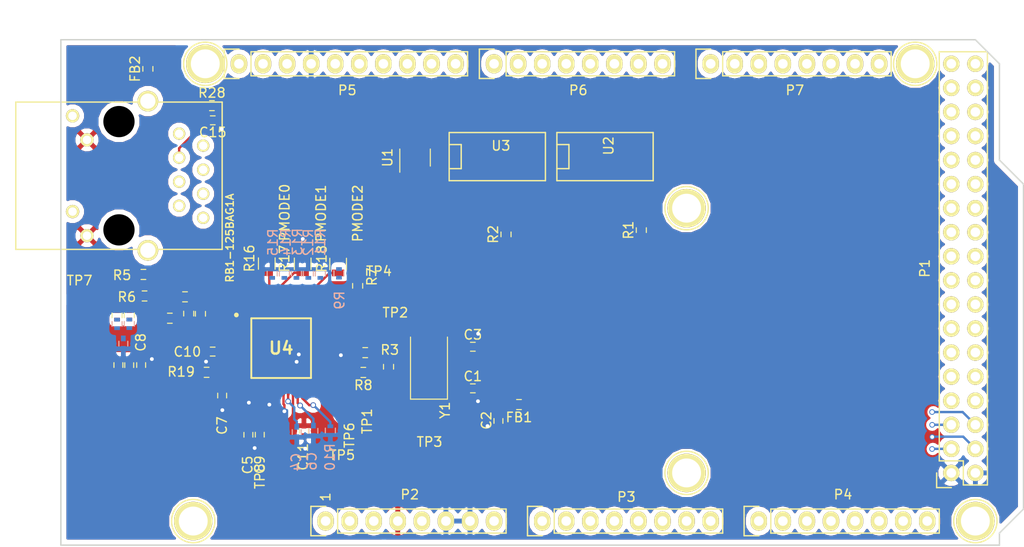
<source format=kicad_pcb>
(kicad_pcb (version 20171130) (host pcbnew "(5.0.2-5-10.14)")
  (title_block (date "mar. 31 mars 2015"))
  (layers (0 F.Cu power) (1 In1.Cu signal) (2 In2.Cu signal) (31 B.Cu signal) (34 B.Paste user) (35 F.Paste user) (36 B.SilkS user) (37 F.SilkS user) (38 B.Mask user) (39 F.Mask user) (44 Edge.Cuts user))
  (net 0 "")
  (net 1 GND)
  (net 2 /48)
  (net 3 /49)
  (net 4 /46)
  (net 5 /47)
  (net 6 /44)
  (net 7 /45)
  (net 8 /42)
  (net 9 /43)
  (net 10 /40)
  (net 11 /41)
  (net 12 /38)
  (net 13 /39)
  (net 14 /36)
  (net 15 /37)
  (net 16 /34)
  (net 17 /35)
  (net 18 /32)
  (net 19 /33)
  (net 20 /30)
  (net 21 /31)
  (net 22 /28)
  (net 23 /29)
  (net 24 /26)
  (net 25 /27)
  (net 26 /24)
  (net 27 /25)
  (net 28 /22)
  (net 29 /23)
  (net 30 +5V)
  (net 31 /IOREF)
  (net 32 /Vin)
  (net 33 /A0)
  (net 34 /A1)
  (net 35 /A2)
  (net 36 /A3)
  (net 37 /A4)
  (net 38 /A5)
  (net 39 /A6)
  (net 40 /A7)
  (net 41 /A8)
  (net 42 /A9)
  (net 43 /A10)
  (net 44 /A11)
  (net 45 /A12)
  (net 46 /A13)
  (net 47 /A14)
  (net 48 /A15)
  (net 49 /AREF)
  (net 50 "/13(**)")
  (net 51 "/12(**)")
  (net 52 "/11(**)")
  (net 53 "/10(**)")
  (net 54 "/9(**)")
  (net 55 "/8(**)")
  (net 56 "/7(**)")
  (net 57 "/6(**)")
  (net 58 "/5(**)")
  (net 59 "/4(**)")
  (net 60 "/3(**)")
  (net 61 "/2(**)")
  (net 62 "/20(SDA)")
  (net 63 "/21(SCL)")
  (net 64 "Net-(P8-Pad1)")
  (net 65 "Net-(P9-Pad1)")
  (net 66 "Net-(P10-Pad1)")
  (net 67 "Net-(P11-Pad1)")
  (net 68 "Net-(P12-Pad1)")
  (net 69 "Net-(P13-Pad1)")
  (net 70 "Net-(P2-Pad1)")
  (net 71 +3V3)
  (net 72 "/1(Tx0)")
  (net 73 "/0(Rx0)")
  (net 74 "/14(Tx3)")
  (net 75 "/15(Rx3)")
  (net 76 "/16(Tx2)")
  (net 77 "/17(Rx2)")
  (net 78 "/18(Tx1)")
  (net 79 "/19(Rx1)")
  (net 80 "Net-(C1-Pad1)")
  (net 81 3V3_WIZ)
  (net 82 "Net-(C3-Pad1)")
  (net 83 /wiznet/REF_CAP)
  (net 84 /wiznet/1V20)
  (net 85 "Net-(C12-Pad2)")
  (net 86 "Net-(C13-Pad2)")
  (net 87 /wiznet/RX_C_P)
  (net 88 /wiznet/RX_C_N)
  (net 89 "Net-(C14-Pad2)")
  (net 90 "Net-(C15-Pad2)")
  (net 91 "Net-(FB2-Pad1)")
  (net 92 NETW_SCLK)
  (net 93 NETW_SS)
  (net 94 NETW_MISO)
  (net 95 NETW_MOSI)
  (net 96 /HSC_SCLK_A)
  (net 97 /HSC_SDA_A)
  (net 98 "Net-(R4-Pad1)")
  (net 99 /wiznet/LINK_LED_R)
  (net 100 /wiznet/LINK_LED)
  (net 101 /wiznet/ACT_LED)
  (net 102 /wiznet/ACT_LED_R)
  (net 103 NETW_INT_L)
  (net 104 "Net-(R8-Pad2)")
  (net 105 /wiznet/RSVD0)
  (net 106 /wiznet/RSVD1)
  (net 107 /wiznet/PMODE0)
  (net 108 /wiznet/PMODE1)
  (net 109 /wiznet/PMODE2)
  (net 110 "Net-(R19-Pad1)")
  (net 111 /wiznet/RX_N)
  (net 112 /wiznet/RX_P)
  (net 113 /wiznet/TX_P)
  (net 114 /wiznet/TX_R_P)
  (net 115 /wiznet/TX_R_N)
  (net 116 /wiznet/TX_N)
  (net 117 /wiznet/DUP_LED_NC)
  (net 118 /wiznet/SPD_LED_NC)
  (net 119 /wiznet/1V2_VGB_NC)
  (net 120 "Net-(U1-Pad1)")
  (net 121 "Net-(U2-Pad5)")
  (net 122 "Net-(U2-Pad6)")
  (net 123 "Net-(U2-Pad7)")
  (net 124 "Net-(U2-Pad8)")
  (net 125 "Net-(U3-Pad8)")
  (net 126 "Net-(U3-Pad7)")
  (net 127 "Net-(U3-Pad6)")
  (net 128 "Net-(U3-Pad5)")
  (net 129 "Net-(U4-Pad47)")
  (net 130 "Net-(U4-Pad46)")
  (net 131 "Net-(U4-Pad13)")
  (net 132 "Net-(U4-Pad12)")
  (net 133 "Net-(U4-Pad7)")
  (net 134 "Net-(P14-PadR4)")
  (net 135 "Net-(P14-PadR5)")
  (net 136 "Net-(P14-PadR6)")
  (net 137 /wiznet/RSVD2)
  (net 138 /wiznet/RSVD3)
  (net 139 /wiznet/RSVD4)
  (net 140 /wiznet/RSVD5)
  (net 141 NETW_RST_L)
  (module Socket_Arduino_Mega:Socket_Strip_Arduino_2x18 (layer F.Cu) (at 197.358 114.046 90)
    (fp_text reference P1 (at 21.59 -2.794 90) (layer F.SilkS))
    (fp_text value Digital)
    (pad 1 thru_hole circle (at 0 0 90) (size 1.7272 1.7272) (drill 1.016) (layers *.Cu *.Mask F.SilkS) (net 1 GND))
    (pad 2 thru_hole oval (at 0 2.54 90) (size 1.7272 1.7272) (drill 1.016) (layers *.Cu *.Mask F.SilkS) (net 1 GND))
    (pad 3 thru_hole oval (at 2.54 0 90) (size 1.7272 1.7272) (drill 1.016) (layers *.Cu *.Mask F.SilkS) (net 92 NETW_SCLK))
    (pad 4 thru_hole oval (at 2.54 2.54 90) (size 1.7272 1.7272) (drill 1.016) (layers *.Cu *.Mask F.SilkS) (net 93 NETW_SS))
    (pad 5 thru_hole oval (at 5.08 0 90) (size 1.7272 1.7272) (drill 1.016) (layers *.Cu *.Mask F.SilkS) (net 94 NETW_MISO))
    (pad 6 thru_hole oval (at 5.08 2.54 90) (size 1.7272 1.7272) (drill 1.016) (layers *.Cu *.Mask F.SilkS) (net 95 NETW_MOSI))
    (pad 7 thru_hole oval (at 7.62 0 90) (size 1.7272 1.7272) (drill 1.016) (layers *.Cu *.Mask F.SilkS) (net 2 /48))
    (pad 8 thru_hole oval (at 7.62 2.54 90) (size 1.7272 1.7272) (drill 1.016) (layers *.Cu *.Mask F.SilkS) (net 3 /49))
    (pad 9 thru_hole oval (at 10.16 0 90) (size 1.7272 1.7272) (drill 1.016) (layers *.Cu *.Mask F.SilkS) (net 4 /46))
    (pad 10 thru_hole oval (at 10.16 2.54 90) (size 1.7272 1.7272) (drill 1.016) (layers *.Cu *.Mask F.SilkS) (net 5 /47))
    (pad 11 thru_hole oval (at 12.7 0 90) (size 1.7272 1.7272) (drill 1.016) (layers *.Cu *.Mask F.SilkS) (net 6 /44))
    (pad 12 thru_hole oval (at 12.7 2.54 90) (size 1.7272 1.7272) (drill 1.016) (layers *.Cu *.Mask F.SilkS) (net 7 /45))
    (pad 13 thru_hole oval (at 15.24 0 90) (size 1.7272 1.7272) (drill 1.016) (layers *.Cu *.Mask F.SilkS) (net 8 /42))
    (pad 14 thru_hole oval (at 15.24 2.54 90) (size 1.7272 1.7272) (drill 1.016) (layers *.Cu *.Mask F.SilkS) (net 9 /43))
    (pad 15 thru_hole oval (at 17.78 0 90) (size 1.7272 1.7272) (drill 1.016) (layers *.Cu *.Mask F.SilkS) (net 10 /40))
    (pad 16 thru_hole oval (at 17.78 2.54 90) (size 1.7272 1.7272) (drill 1.016) (layers *.Cu *.Mask F.SilkS) (net 11 /41))
    (pad 17 thru_hole oval (at 20.32 0 90) (size 1.7272 1.7272) (drill 1.016) (layers *.Cu *.Mask F.SilkS) (net 12 /38))
    (pad 18 thru_hole oval (at 20.32 2.54 90) (size 1.7272 1.7272) (drill 1.016) (layers *.Cu *.Mask F.SilkS) (net 13 /39))
    (pad 19 thru_hole oval (at 22.86 0 90) (size 1.7272 1.7272) (drill 1.016) (layers *.Cu *.Mask F.SilkS) (net 14 /36))
    (pad 20 thru_hole oval (at 22.86 2.54 90) (size 1.7272 1.7272) (drill 1.016) (layers *.Cu *.Mask F.SilkS) (net 15 /37))
    (pad 21 thru_hole oval (at 25.4 0 90) (size 1.7272 1.7272) (drill 1.016) (layers *.Cu *.Mask F.SilkS) (net 16 /34))
    (pad 22 thru_hole oval (at 25.4 2.54 90) (size 1.7272 1.7272) (drill 1.016) (layers *.Cu *.Mask F.SilkS) (net 17 /35))
    (pad 23 thru_hole oval (at 27.94 0 90) (size 1.7272 1.7272) (drill 1.016) (layers *.Cu *.Mask F.SilkS) (net 18 /32))
    (pad 24 thru_hole oval (at 27.94 2.54 90) (size 1.7272 1.7272) (drill 1.016) (layers *.Cu *.Mask F.SilkS) (net 19 /33))
    (pad 25 thru_hole oval (at 30.48 0 90) (size 1.7272 1.7272) (drill 1.016) (layers *.Cu *.Mask F.SilkS) (net 20 /30))
    (pad 26 thru_hole oval (at 30.48 2.54 90) (size 1.7272 1.7272) (drill 1.016) (layers *.Cu *.Mask F.SilkS) (net 21 /31))
    (pad 27 thru_hole oval (at 33.02 0 90) (size 1.7272 1.7272) (drill 1.016) (layers *.Cu *.Mask F.SilkS) (net 22 /28))
    (pad 28 thru_hole oval (at 33.02 2.54 90) (size 1.7272 1.7272) (drill 1.016) (layers *.Cu *.Mask F.SilkS) (net 23 /29))
    (pad 29 thru_hole oval (at 35.56 0 90) (size 1.7272 1.7272) (drill 1.016) (layers *.Cu *.Mask F.SilkS) (net 24 /26))
    (pad 30 thru_hole oval (at 35.56 2.54 90) (size 1.7272 1.7272) (drill 1.016) (layers *.Cu *.Mask F.SilkS) (net 25 /27))
    (pad 31 thru_hole oval (at 38.1 0 90) (size 1.7272 1.7272) (drill 1.016) (layers *.Cu *.Mask F.SilkS) (net 26 /24))
    (pad 32 thru_hole oval (at 38.1 2.54 90) (size 1.7272 1.7272) (drill 1.016) (layers *.Cu *.Mask F.SilkS) (net 27 /25))
    (pad 33 thru_hole oval (at 40.64 0 90) (size 1.7272 1.7272) (drill 1.016) (layers *.Cu *.Mask F.SilkS) (net 28 /22))
    (pad 34 thru_hole oval (at 40.64 2.54 90) (size 1.7272 1.7272) (drill 1.016) (layers *.Cu *.Mask F.SilkS) (net 29 /23))
    (pad 35 thru_hole oval (at 43.18 0 90) (size 1.7272 1.7272) (drill 1.016) (layers *.Cu *.Mask F.SilkS) (net 30 +5V))
    (pad 36 thru_hole oval (at 43.18 2.54 90) (size 1.7272 1.7272) (drill 1.016) (layers *.Cu *.Mask F.SilkS) (net 30 +5V))
  )
  (module Socket_Arduino_Mega:Socket_Strip_Arduino_1x08 (layer F.Cu) (at 131.318 119.126)
    (fp_text reference P2 (at 8.89 -2.794) (layer F.SilkS))
    (fp_text value Power)
    (pad 1 thru_hole oval (at 0 0) (size 1.7272 2.032) (drill 1.016) (layers *.Cu *.Mask F.SilkS) (net 70 "Net-(P2-Pad1)"))
    (pad 2 thru_hole oval (at 2.54 0) (size 1.7272 2.032) (drill 1.016) (layers *.Cu *.Mask F.SilkS) (net 31 /IOREF))
    (pad 3 thru_hole oval (at 5.08 0) (size 1.7272 2.032) (drill 1.016) (layers *.Cu *.Mask F.SilkS) (net 141 NETW_RST_L))
    (pad 4 thru_hole oval (at 7.62 0) (size 1.7272 2.032) (drill 1.016) (layers *.Cu *.Mask F.SilkS) (net 71 +3V3))
    (pad 5 thru_hole oval (at 10.16 0) (size 1.7272 2.032) (drill 1.016) (layers *.Cu *.Mask F.SilkS) (net 30 +5V))
    (pad 6 thru_hole oval (at 12.7 0) (size 1.7272 2.032) (drill 1.016) (layers *.Cu *.Mask F.SilkS) (net 1 GND))
    (pad 7 thru_hole oval (at 15.24 0) (size 1.7272 2.032) (drill 1.016) (layers *.Cu *.Mask F.SilkS) (net 1 GND))
    (pad 8 thru_hole oval (at 17.78 0) (size 1.7272 2.032) (drill 1.016) (layers *.Cu *.Mask F.SilkS) (net 32 /Vin))
  )
  (module Socket_Arduino_Mega:Socket_Strip_Arduino_1x08 (layer F.Cu) (at 154.178 119.126)
    (fp_text reference P3 (at 8.89 -2.54) (layer F.SilkS))
    (fp_text value Analog)
    (pad 1 thru_hole oval (at 0 0) (size 1.7272 2.032) (drill 1.016) (layers *.Cu *.Mask F.SilkS) (net 33 /A0))
    (pad 2 thru_hole oval (at 2.54 0) (size 1.7272 2.032) (drill 1.016) (layers *.Cu *.Mask F.SilkS) (net 34 /A1))
    (pad 3 thru_hole oval (at 5.08 0) (size 1.7272 2.032) (drill 1.016) (layers *.Cu *.Mask F.SilkS) (net 35 /A2))
    (pad 4 thru_hole oval (at 7.62 0) (size 1.7272 2.032) (drill 1.016) (layers *.Cu *.Mask F.SilkS) (net 36 /A3))
    (pad 5 thru_hole oval (at 10.16 0) (size 1.7272 2.032) (drill 1.016) (layers *.Cu *.Mask F.SilkS) (net 37 /A4))
    (pad 6 thru_hole oval (at 12.7 0) (size 1.7272 2.032) (drill 1.016) (layers *.Cu *.Mask F.SilkS) (net 38 /A5))
    (pad 7 thru_hole oval (at 15.24 0) (size 1.7272 2.032) (drill 1.016) (layers *.Cu *.Mask F.SilkS) (net 39 /A6))
    (pad 8 thru_hole oval (at 17.78 0) (size 1.7272 2.032) (drill 1.016) (layers *.Cu *.Mask F.SilkS) (net 40 /A7))
  )
  (module Socket_Arduino_Mega:Socket_Strip_Arduino_1x08 (layer F.Cu) (at 177.038 119.126)
    (fp_text reference P4 (at 8.89 -2.794) (layer F.SilkS))
    (fp_text value Analog)
    (pad 1 thru_hole oval (at 0 0) (size 1.7272 2.032) (drill 1.016) (layers *.Cu *.Mask F.SilkS) (net 41 /A8))
    (pad 2 thru_hole oval (at 2.54 0) (size 1.7272 2.032) (drill 1.016) (layers *.Cu *.Mask F.SilkS) (net 42 /A9))
    (pad 3 thru_hole oval (at 5.08 0) (size 1.7272 2.032) (drill 1.016) (layers *.Cu *.Mask F.SilkS) (net 43 /A10))
    (pad 4 thru_hole oval (at 7.62 0) (size 1.7272 2.032) (drill 1.016) (layers *.Cu *.Mask F.SilkS) (net 44 /A11))
    (pad 5 thru_hole oval (at 10.16 0) (size 1.7272 2.032) (drill 1.016) (layers *.Cu *.Mask F.SilkS) (net 45 /A12))
    (pad 6 thru_hole oval (at 12.7 0) (size 1.7272 2.032) (drill 1.016) (layers *.Cu *.Mask F.SilkS) (net 46 /A13))
    (pad 7 thru_hole oval (at 15.24 0) (size 1.7272 2.032) (drill 1.016) (layers *.Cu *.Mask F.SilkS) (net 47 /A14))
    (pad 8 thru_hole oval (at 17.78 0) (size 1.7272 2.032) (drill 1.016) (layers *.Cu *.Mask F.SilkS) (net 48 /A15))
  )
  (module Socket_Arduino_Mega:Socket_Strip_Arduino_1x10 (layer F.Cu) (at 122.174 70.866)
    (fp_text reference P5 (at 11.43 2.794) (layer F.SilkS))
    (fp_text value PWM)
    (pad 1 thru_hole oval (at 0 0) (size 1.7272 2.032) (drill 1.016) (layers *.Cu *.Mask F.SilkS) (net 96 /HSC_SCLK_A))
    (pad 2 thru_hole oval (at 2.54 0) (size 1.7272 2.032) (drill 1.016) (layers *.Cu *.Mask F.SilkS) (net 97 /HSC_SDA_A))
    (pad 3 thru_hole oval (at 5.08 0) (size 1.7272 2.032) (drill 1.016) (layers *.Cu *.Mask F.SilkS) (net 49 /AREF))
    (pad 4 thru_hole oval (at 7.62 0) (size 1.7272 2.032) (drill 1.016) (layers *.Cu *.Mask F.SilkS) (net 1 GND))
    (pad 5 thru_hole oval (at 10.16 0) (size 1.7272 2.032) (drill 1.016) (layers *.Cu *.Mask F.SilkS) (net 50 "/13(**)"))
    (pad 6 thru_hole oval (at 12.7 0) (size 1.7272 2.032) (drill 1.016) (layers *.Cu *.Mask F.SilkS) (net 51 "/12(**)"))
    (pad 7 thru_hole oval (at 15.24 0) (size 1.7272 2.032) (drill 1.016) (layers *.Cu *.Mask F.SilkS) (net 52 "/11(**)"))
    (pad 8 thru_hole oval (at 17.78 0) (size 1.7272 2.032) (drill 1.016) (layers *.Cu *.Mask F.SilkS) (net 53 "/10(**)"))
    (pad 9 thru_hole oval (at 20.32 0) (size 1.7272 2.032) (drill 1.016) (layers *.Cu *.Mask F.SilkS) (net 54 "/9(**)"))
    (pad 10 thru_hole oval (at 22.86 0) (size 1.7272 2.032) (drill 1.016) (layers *.Cu *.Mask F.SilkS) (net 55 "/8(**)"))
  )
  (module Socket_Arduino_Mega:Socket_Strip_Arduino_1x08 (layer F.Cu) (at 149.098 70.866)
    (fp_text reference P6 (at 8.89 2.794) (layer F.SilkS))
    (fp_text value PWM)
    (pad 1 thru_hole oval (at 0 0) (size 1.7272 2.032) (drill 1.016) (layers *.Cu *.Mask F.SilkS) (net 56 "/7(**)"))
    (pad 2 thru_hole oval (at 2.54 0) (size 1.7272 2.032) (drill 1.016) (layers *.Cu *.Mask F.SilkS) (net 57 "/6(**)"))
    (pad 3 thru_hole oval (at 5.08 0) (size 1.7272 2.032) (drill 1.016) (layers *.Cu *.Mask F.SilkS) (net 58 "/5(**)"))
    (pad 4 thru_hole oval (at 7.62 0) (size 1.7272 2.032) (drill 1.016) (layers *.Cu *.Mask F.SilkS) (net 59 "/4(**)"))
    (pad 5 thru_hole oval (at 10.16 0) (size 1.7272 2.032) (drill 1.016) (layers *.Cu *.Mask F.SilkS) (net 60 "/3(**)"))
    (pad 6 thru_hole oval (at 12.7 0) (size 1.7272 2.032) (drill 1.016) (layers *.Cu *.Mask F.SilkS) (net 61 "/2(**)"))
    (pad 7 thru_hole oval (at 15.24 0) (size 1.7272 2.032) (drill 1.016) (layers *.Cu *.Mask F.SilkS) (net 72 "/1(Tx0)"))
    (pad 8 thru_hole oval (at 17.78 0) (size 1.7272 2.032) (drill 1.016) (layers *.Cu *.Mask F.SilkS) (net 73 "/0(Rx0)"))
  )
  (module Socket_Arduino_Mega:Socket_Strip_Arduino_1x08 (layer F.Cu) (at 171.958 70.866)
    (fp_text reference P7 (at 8.89 2.794) (layer F.SilkS))
    (fp_text value Communication)
    (pad 1 thru_hole oval (at 0 0) (size 1.7272 2.032) (drill 1.016) (layers *.Cu *.Mask F.SilkS) (net 74 "/14(Tx3)"))
    (pad 2 thru_hole oval (at 2.54 0) (size 1.7272 2.032) (drill 1.016) (layers *.Cu *.Mask F.SilkS) (net 75 "/15(Rx3)"))
    (pad 3 thru_hole oval (at 5.08 0) (size 1.7272 2.032) (drill 1.016) (layers *.Cu *.Mask F.SilkS) (net 76 "/16(Tx2)"))
    (pad 4 thru_hole oval (at 7.62 0) (size 1.7272 2.032) (drill 1.016) (layers *.Cu *.Mask F.SilkS) (net 77 "/17(Rx2)"))
    (pad 5 thru_hole oval (at 10.16 0) (size 1.7272 2.032) (drill 1.016) (layers *.Cu *.Mask F.SilkS) (net 78 "/18(Tx1)"))
    (pad 6 thru_hole oval (at 12.7 0) (size 1.7272 2.032) (drill 1.016) (layers *.Cu *.Mask F.SilkS) (net 79 "/19(Rx1)"))
    (pad 7 thru_hole oval (at 15.24 0) (size 1.7272 2.032) (drill 1.016) (layers *.Cu *.Mask F.SilkS) (net 62 "/20(SDA)"))
    (pad 8 thru_hole oval (at 17.78 0) (size 1.7272 2.032) (drill 1.016) (layers *.Cu *.Mask F.SilkS) (net 63 "/21(SCL)"))
  )
  (module Socket_Arduino_Mega:Arduino_1pin (layer F.Cu) (at 117.348 119.126)
    (fp_text reference P8 hide)
    (fp_text value CONN_01X01 hide)
    (pad 1 thru_hole circle (at 0 0) (size 4.064 4.064) (drill 3.048) (layers *.Cu *.Mask F.SilkS) (net 64 "Net-(P8-Pad1)"))
  )
  (module Socket_Arduino_Mega:Arduino_1pin (layer F.Cu) (at 169.418 114.046)
    (fp_text reference P9 hide)
    (fp_text value CONN_01X01 hide)
    (pad 1 thru_hole circle (at 0 0) (size 4.064 4.064) (drill 3.048) (layers *.Cu *.Mask F.SilkS) (net 65 "Net-(P9-Pad1)"))
  )
  (module Socket_Arduino_Mega:Arduino_1pin (layer F.Cu) (at 199.898 119.126)
    (fp_text reference P10 hide)
    (fp_text value CONN_01X01 hide)
    (pad 1 thru_hole circle (at 0 0) (size 4.064 4.064) (drill 3.048) (layers *.Cu *.Mask F.SilkS) (net 66 "Net-(P10-Pad1)"))
  )
  (module Socket_Arduino_Mega:Arduino_1pin (layer F.Cu) (at 118.618 70.866)
    (fp_text reference P11 hide)
    (fp_text value CONN_01X01 hide)
    (pad 1 thru_hole circle (at 0 0) (size 4.064 4.064) (drill 3.048) (layers *.Cu *.Mask F.SilkS) (net 67 "Net-(P11-Pad1)"))
  )
  (module Socket_Arduino_Mega:Arduino_1pin (layer F.Cu) (at 169.418 86.106)
    (fp_text reference P12 hide)
    (fp_text value CONN_01X01 hide)
    (pad 1 thru_hole circle (at 0 0) (size 4.064 4.064) (drill 3.048) (layers *.Cu *.Mask F.SilkS) (net 68 "Net-(P12-Pad1)"))
  )
  (module Socket_Arduino_Mega:Arduino_1pin (layer F.Cu) (at 193.548 70.866)
    (fp_text reference P13 hide)
    (fp_text value CONN_01X01 hide)
    (pad 1 thru_hole circle (at 0 0) (size 4.064 4.064) (drill 3.048) (layers *.Cu *.Mask F.SilkS) (net 69 "Net-(P13-Pad1)"))
  )
  (module Capacitors_SMD:C_0402 (layer F.Cu) (at 146.86 105.12)
    (fp_text reference C1 (at 0 -1.27) (layer F.SilkS))
    (fp_text value 4.7uF)
    (pad 1 smd rect (at -0.55 0) (size 0.6 0.5) (layers F.Cu F.Paste F.Mask) (net 80 "Net-(C1-Pad1)"))
    (pad 2 smd rect (at 0.55 0) (size 0.6 0.5) (layers F.Cu F.Paste F.Mask) (net 1 GND))
  )
  (module Capacitors_SMD:C_0402 (layer F.Cu) (at 149.56 108.56 270)
    (fp_text reference C2 (at -0.05 1.26 270) (layer F.SilkS))
    (fp_text value 10uF)
    (pad 1 smd rect (at -0.55 0 270) (size 0.6 0.5) (layers F.Cu F.Paste F.Mask) (net 81 3V3_WIZ))
    (pad 2 smd rect (at 0.55 0 270) (size 0.6 0.5) (layers F.Cu F.Paste F.Mask) (net 1 GND))
  )
  (module Capacitors_SMD:C_0402 (layer F.Cu) (at 146.86 100.73)
    (fp_text reference C3 (at 0 -1.27) (layer F.SilkS))
    (fp_text value 4.7uF)
    (pad 2 smd rect (at 0.55 0) (size 0.6 0.5) (layers F.Cu F.Paste F.Mask) (net 1 GND))
    (pad 1 smd rect (at -0.55 0) (size 0.6 0.5) (layers F.Cu F.Paste F.Mask) (net 82 "Net-(C3-Pad1)"))
  )
  (module Capacitors_SMD:C_0402 (layer B.Cu) (at 128.27 109.728 270)
    (fp_text reference C4 (at 3.19 0.06 270) (layer B.SilkS) (effects (justify mirror)))
    (fp_text value 4.7uF)
    (pad 2 smd rect (at 0.55 0 270) (size 0.6 0.5) (layers B.Cu B.Paste B.Mask) (net 1 GND))
    (pad 1 smd rect (at -0.55 0 270) (size 0.6 0.5) (layers B.Cu B.Paste B.Mask) (net 83 /wiznet/REF_CAP))
  )
  (module Capacitors_SMD:C_0402 (layer F.Cu) (at 123.17 110.02 270)
    (fp_text reference C5 (at 3.19 0.08 270) (layer F.SilkS))
    (fp_text value 0.1uF)
    (pad 2 smd rect (at 0.55 0 270) (size 0.6 0.5) (layers F.Cu F.Paste F.Mask) (net 1 GND))
    (pad 1 smd rect (at -0.55 0 270) (size 0.6 0.5) (layers F.Cu F.Paste F.Mask) (net 81 3V3_WIZ))
  )
  (module Capacitors_SMD:C_0402 (layer B.Cu) (at 130.03 109.6 270)
    (fp_text reference C6 (at 3.22 0.17 270) (layer B.SilkS) (effects (justify mirror)))
    (fp_text value 10nF)
    (pad 1 smd rect (at -0.55 0 270) (size 0.6 0.5) (layers B.Cu B.Paste B.Mask) (net 84 /wiznet/1V20))
    (pad 2 smd rect (at 0.55 0 270) (size 0.6 0.5) (layers B.Cu B.Paste B.Mask) (net 1 GND))
  )
  (module Capacitors_SMD:C_0402 (layer F.Cu) (at 120.4 105.88 270)
    (fp_text reference C7 (at 3.17 0.01 270) (layer F.SilkS))
    (fp_text value 0.1uF)
    (pad 1 smd rect (at -0.55 0 270) (size 0.6 0.5) (layers F.Cu F.Paste F.Mask) (net 81 3V3_WIZ))
    (pad 2 smd rect (at 0.55 0 270) (size 0.6 0.5) (layers F.Cu F.Paste F.Mask) (net 1 GND))
  )
  (module Capacitors_SMD:C_0402 (layer F.Cu) (at 111.85 102.66 90)
    (fp_text reference C8 (at 2.39 -0.04 90) (layer F.SilkS))
    (fp_text value 0.1uF)
    (pad 2 smd rect (at 0.55 0 90) (size 0.6 0.5) (layers F.Cu F.Paste F.Mask) (net 1 GND))
    (pad 1 smd rect (at -0.55 0 90) (size 0.6 0.5) (layers F.Cu F.Paste F.Mask) (net 81 3V3_WIZ))
  )
  (module Capacitors_SMD:C_0402 (layer F.Cu) (at 124.37 110.01 270)
    (fp_text reference C9 (at 3.18 0 270) (layer F.SilkS))
    (fp_text value 0.1uF)
    (pad 1 smd rect (at -0.55 0 270) (size 0.6 0.5) (layers F.Cu F.Paste F.Mask) (net 81 3V3_WIZ))
    (pad 2 smd rect (at 0.55 0 270) (size 0.6 0.5) (layers F.Cu F.Paste F.Mask) (net 1 GND))
  )
  (module Capacitors_SMD:C_0402 (layer F.Cu) (at 119.4 101.24 180)
    (fp_text reference C10 (at 2.67 -0.02 180) (layer F.SilkS))
    (fp_text value 0.1uF)
    (pad 2 smd rect (at 0.55 0 180) (size 0.6 0.5) (layers F.Cu F.Paste F.Mask) (net 1 GND))
    (pad 1 smd rect (at -0.55 0 180) (size 0.6 0.5) (layers F.Cu F.Paste F.Mask) (net 81 3V3_WIZ))
  )
  (module Capacitors_SMD:C_0402 (layer F.Cu) (at 129.032 109.61 270)
    (fp_text reference C11 (at 2.74 0.09 270) (layer F.SilkS))
    (fp_text value 0.1uF)
    (pad 2 smd rect (at 0.55 0 270) (size 0.6 0.5) (layers F.Cu F.Paste F.Mask) (net 1 GND))
    (pad 1 smd rect (at -0.55 0 270) (size 0.6 0.5) (layers F.Cu F.Paste F.Mask) (net 81 3V3_WIZ))
  )
  (module Capacitors_SMD:C_0402 (layer B.Cu) (at 109.97 100.4 90)
    (fp_text reference C12 hide)
    (fp_text value 10nF hide)
    (pad 2 smd rect (at 0.55 0 90) (size 0.6 0.5) (layers B.Cu B.Paste B.Mask) (net 85 "Net-(C12-Pad2)"))
    (pad 1 smd rect (at -0.55 0 90) (size 0.6 0.5) (layers B.Cu B.Paste B.Mask) (net 1 GND))
  )
  (module Capacitors_SMD:C_0402 (layer F.Cu) (at 109.45 102.66 90)
    (fp_text reference C13 hide)
    (fp_text value 6.8nF)
    (pad 2 smd rect (at 0.55 0 90) (size 0.6 0.5) (layers F.Cu F.Paste F.Mask) (net 86 "Net-(C13-Pad2)"))
    (pad 1 smd rect (at -0.55 0 90) (size 0.6 0.5) (layers F.Cu F.Paste F.Mask) (net 87 /wiznet/RX_C_P))
  )
  (module Capacitors_SMD:C_0402 (layer F.Cu) (at 110.59 102.67 90)
    (fp_text reference C14 hide)
    (fp_text value 6.8nF)
    (pad 1 smd rect (at -0.55 0 90) (size 0.6 0.5) (layers F.Cu F.Paste F.Mask) (net 88 /wiznet/RX_C_N))
    (pad 2 smd rect (at 0.55 0 90) (size 0.6 0.5) (layers F.Cu F.Paste F.Mask) (net 89 "Net-(C14-Pad2)"))
  )
  (module Capacitors_SMD:C_0402 (layer F.Cu) (at 119.41 76.83 180)
    (fp_text reference C15 (at 0 -1.27 180) (layer F.SilkS))
    (fp_text value 100nF)
    (pad 1 smd rect (at -0.55 0 180) (size 0.6 0.5) (layers F.Cu F.Paste F.Mask) (net 1 GND))
    (pad 2 smd rect (at 0.55 0 180) (size 0.6 0.5) (layers F.Cu F.Paste F.Mask) (net 90 "Net-(C15-Pad2)"))
  )
  (module Resistors_SMD:R_0402 (layer F.Cu) (at 151.73 106.83 180)
    (fp_text reference FB1 (at 0 -1.35 180) (layer F.SilkS))
    (fp_text value Ferrite_Bead_Small)
    (pad 1 smd rect (at -0.45 0 180) (size 0.4 0.6) (layers F.Cu F.Paste F.Mask) (net 71 +3V3))
    (pad 2 smd rect (at 0.45 0 180) (size 0.4 0.6) (layers F.Cu F.Paste F.Mask) (net 81 3V3_WIZ))
  )
  (module Resistors_SMD:R_0402 (layer F.Cu) (at 112.56 71.4 90)
    (fp_text reference FB2 (at 0 -1.35 90) (layer F.SilkS))
    (fp_text value Ferrite_Bead_Small)
    (pad 2 smd rect (at 0.45 0 90) (size 0.4 0.6) (layers F.Cu F.Paste F.Mask) (net 1 GND))
    (pad 1 smd rect (at -0.45 0 90) (size 0.4 0.6) (layers F.Cu F.Paste F.Mask) (net 91 "Net-(FB2-Pad1)"))
  )
  (module Resistors_SMD:R_0402 (layer F.Cu) (at 164.64 88.42 90)
    (fp_text reference R1 (at 0 -1.35 90) (layer F.SilkS))
    (fp_text value 10k)
    (pad 1 smd rect (at -0.45 0 90) (size 0.4 0.6) (layers F.Cu F.Paste F.Mask) (net 71 +3V3))
    (pad 2 smd rect (at 0.45 0 90) (size 0.4 0.6) (layers F.Cu F.Paste F.Mask) (net 96 /HSC_SCLK_A))
  )
  (module Resistors_SMD:R_0402 (layer F.Cu) (at 150.36 88.87 90)
    (fp_text reference R2 (at 0 -1.35 90) (layer F.SilkS))
    (fp_text value 10k)
    (pad 2 smd rect (at 0.45 0 90) (size 0.4 0.6) (layers F.Cu F.Paste F.Mask) (net 97 /HSC_SDA_A))
    (pad 1 smd rect (at -0.45 0 90) (size 0.4 0.6) (layers F.Cu F.Paste F.Mask) (net 71 +3V3))
  )
  (module Resistors_SMD:R_0402 (layer F.Cu) (at 137.96 102.84 270)
    (fp_text reference R3 (at -1.78 -0.13) (layer F.SilkS))
    (fp_text value 1M)
    (pad 2 smd rect (at 0.45 0 270) (size 0.4 0.6) (layers F.Cu F.Paste F.Mask) (net 80 "Net-(C1-Pad1)"))
    (pad 1 smd rect (at -0.45 0 270) (size 0.4 0.6) (layers F.Cu F.Paste F.Mask) (net 82 "Net-(C3-Pad1)"))
  )
  (module Resistors_SMD:R_0402 (layer F.Cu) (at 135.5 101.35)
    (fp_text reference R4 hide)
    (fp_text value 0)
    (pad 1 smd rect (at -0.45 0) (size 0.4 0.6) (layers F.Cu F.Paste F.Mask) (net 98 "Net-(R4-Pad1)"))
    (pad 2 smd rect (at 0.45 0) (size 0.4 0.6) (layers F.Cu F.Paste F.Mask) (net 82 "Net-(C3-Pad1)"))
  )
  (module Resistors_SMD:R_0402 (layer F.Cu) (at 112.09 93.1 180)
    (fp_text reference R5 (at 2.26 -0.08 180) (layer F.SilkS))
    (fp_text value 330)
    (pad 2 smd rect (at 0.45 0 180) (size 0.4 0.6) (layers F.Cu F.Paste F.Mask) (net 99 /wiznet/LINK_LED_R))
    (pad 1 smd rect (at -0.45 0 180) (size 0.4 0.6) (layers F.Cu F.Paste F.Mask) (net 100 /wiznet/LINK_LED))
  )
  (module Resistors_SMD:R_0402 (layer F.Cu) (at 112.21 95.37)
    (fp_text reference R6 (at -1.87 0.11) (layer F.SilkS))
    (fp_text value 330)
    (pad 1 smd rect (at -0.45 0) (size 0.4 0.6) (layers F.Cu F.Paste F.Mask) (net 101 /wiznet/ACT_LED))
    (pad 2 smd rect (at 0.45 0) (size 0.4 0.6) (layers F.Cu F.Paste F.Mask) (net 102 /wiznet/ACT_LED_R))
  )
  (module Resistors_SMD:R_0402 (layer F.Cu) (at 134.7 94.3 270)
    (fp_text reference R7 (at -0.96 -1.51 270) (layer F.SilkS))
    (fp_text value 10k)
    (pad 2 smd rect (at 0.45 0 270) (size 0.4 0.6) (layers F.Cu F.Paste F.Mask) (net 103 NETW_INT_L))
    (pad 1 smd rect (at -0.45 0 270) (size 0.4 0.6) (layers F.Cu F.Paste F.Mask) (net 81 3V3_WIZ))
  )
  (module Resistors_SMD:R_0402 (layer F.Cu) (at 135.3 103.44 180)
    (fp_text reference R8 (at 0 -1.35 180) (layer F.SilkS))
    (fp_text value 0)
    (pad 1 smd rect (at -0.45 0 180) (size 0.4 0.6) (layers F.Cu F.Paste F.Mask) (net 81 3V3_WIZ))
    (pad 2 smd rect (at 0.45 0 180) (size 0.4 0.6) (layers F.Cu F.Paste F.Mask) (net 104 "Net-(R8-Pad2)"))
  )
  (module Resistors_SMD:R_0402 (layer B.Cu) (at 132.73 92.98 90)
    (fp_text reference R9 (at -2.84 0.06 90) (layer B.SilkS) (effects (justify mirror)))
    (fp_text value 10k hide)
    (pad 1 smd rect (at -0.45 0 90) (size 0.4 0.6) (layers B.Cu B.Paste B.Mask) (net 81 3V3_WIZ))
    (pad 2 smd rect (at 0.45 0 90) (size 0.4 0.6) (layers B.Cu B.Paste B.Mask) (net 141 NETW_RST_L))
  )
  (module Resistors_SMD:R_0402 (layer B.Cu) (at 131.82 109.57 270)
    (fp_text reference R10 (at 2.81 0.04 270) (layer B.SilkS) (effects (justify mirror)))
    (fp_text value 10k)
    (pad 2 smd rect (at 0.45 0 270) (size 0.4 0.6) (layers B.Cu B.Paste B.Mask) (net 1 GND))
    (pad 1 smd rect (at -0.45 0 270) (size 0.4 0.6) (layers B.Cu B.Paste B.Mask) (net 105 /wiznet/RSVD0))
  )
  (module Resistors_SMD:R_0402 (layer B.Cu) (at 130.766 93.01 90)
    (fp_text reference R11 (at 3.302 0 90) (layer B.SilkS) (effects (justify mirror)))
    (fp_text value 10k hide)
    (pad 1 smd rect (at -0.45 0 90) (size 0.4 0.6) (layers B.Cu B.Paste B.Mask) (net 106 /wiznet/RSVD1))
    (pad 2 smd rect (at 0.45 0 90) (size 0.4 0.6) (layers B.Cu B.Paste B.Mask) (net 1 GND))
  )
  (module Resistors_SMD:R_0402 (layer B.Cu) (at 129.496 93.01 90)
    (fp_text reference R12 (at 3.3 0 90) (layer B.SilkS) (effects (justify mirror)))
    (fp_text value 10k hide)
    (pad 2 smd rect (at 0.45 0 90) (size 0.4 0.6) (layers B.Cu B.Paste B.Mask) (net 1 GND))
    (pad 1 smd rect (at -0.45 0 90) (size 0.4 0.6) (layers B.Cu B.Paste B.Mask) (net 137 /wiznet/RSVD2))
  )
  (module Resistors_SMD:R_0402 (layer B.Cu) (at 128.24 93.01 90)
    (fp_text reference R13 (at 3.35 0.11 90) (layer B.SilkS) (effects (justify mirror)))
    (fp_text value 10k)
    (pad 1 smd rect (at -0.45 0 90) (size 0.4 0.6) (layers B.Cu B.Paste B.Mask) (net 138 /wiznet/RSVD3))
    (pad 2 smd rect (at 0.45 0 90) (size 0.4 0.6) (layers B.Cu B.Paste B.Mask) (net 1 GND))
  )
  (module Resistors_SMD:R_0402 (layer B.Cu) (at 126.97 93.01 90)
    (fp_text reference R14 (at 3.31 0.15 90) (layer B.SilkS) (effects (justify mirror)))
    (fp_text value 10k)
    (pad 2 smd rect (at 0.45 0 90) (size 0.4 0.6) (layers B.Cu B.Paste B.Mask) (net 1 GND))
    (pad 1 smd rect (at -0.45 0 90) (size 0.4 0.6) (layers B.Cu B.Paste B.Mask) (net 139 /wiznet/RSVD4))
  )
  (module Resistors_SMD:R_0402 (layer B.Cu) (at 125.68 93.01 90)
    (fp_text reference R15 (at 3.3 0.08 90) (layer B.SilkS) (effects (justify mirror)))
    (fp_text value 10k)
    (pad 1 smd rect (at -0.45 0 90) (size 0.4 0.6) (layers B.Cu B.Paste B.Mask) (net 140 /wiznet/RSVD5))
    (pad 2 smd rect (at 0.45 0 90) (size 0.4 0.6) (layers B.Cu B.Paste B.Mask) (net 1 GND))
  )
  (module Resistors_SMD:R_0402 (layer F.Cu) (at 118.76 103.43 180)
    (fp_text reference R19 (at 2.69 0.06 180) (layer F.SilkS))
    (fp_text value 12.4k)
    (pad 1 smd rect (at -0.45 0 180) (size 0.4 0.6) (layers F.Cu F.Paste F.Mask) (net 110 "Net-(R19-Pad1)"))
    (pad 2 smd rect (at 0.45 0 180) (size 0.4 0.6) (layers F.Cu F.Paste F.Mask) (net 1 GND))
  )
  (module Resistors_SMD:R_0402 (layer F.Cu) (at 110.6 97.41 90)
    (fp_text reference R20 hide)
    (fp_text value 33)
    (pad 2 smd rect (at 0.45 0 90) (size 0.4 0.6) (layers F.Cu F.Paste F.Mask) (net 111 /wiznet/RX_N))
    (pad 1 smd rect (at -0.45 0 90) (size 0.4 0.6) (layers F.Cu F.Paste F.Mask) (net 89 "Net-(C14-Pad2)"))
  )
  (module Resistors_SMD:R_0402 (layer F.Cu) (at 109.31 97.42 90)
    (fp_text reference R21 hide)
    (fp_text value 33)
    (pad 2 smd rect (at 0.45 0 90) (size 0.4 0.6) (layers F.Cu F.Paste F.Mask) (net 112 /wiznet/RX_P))
    (pad 1 smd rect (at -0.45 0 90) (size 0.4 0.6) (layers F.Cu F.Paste F.Mask) (net 86 "Net-(C13-Pad2)"))
  )
  (module Resistors_SMD:R_0402 (layer B.Cu) (at 109.31 98.32 270)
    (fp_text reference R22 hide)
    (fp_text value 49.9 hide)
    (pad 2 smd rect (at 0.45 0 270) (size 0.4 0.6) (layers B.Cu B.Paste B.Mask) (net 85 "Net-(C12-Pad2)"))
    (pad 1 smd rect (at -0.45 0 270) (size 0.4 0.6) (layers B.Cu B.Paste B.Mask) (net 86 "Net-(C13-Pad2)"))
  )
  (module Resistors_SMD:R_0402 (layer F.Cu) (at 114.88 97.72 180)
    (fp_text reference R23 hide)
    (fp_text value 33)
    (pad 2 smd rect (at 0.45 0 180) (size 0.4 0.6) (layers F.Cu F.Paste F.Mask) (net 113 /wiznet/TX_P))
    (pad 1 smd rect (at -0.45 0 180) (size 0.4 0.6) (layers F.Cu F.Paste F.Mask) (net 114 /wiznet/TX_R_P))
  )
  (module Resistors_SMD:R_0402 (layer F.Cu) (at 116.48 95.46 180)
    (fp_text reference R24 hide)
    (fp_text value 33)
    (pad 1 smd rect (at -0.45 0 180) (size 0.4 0.6) (layers F.Cu F.Paste F.Mask) (net 115 /wiznet/TX_R_N))
    (pad 2 smd rect (at 0.45 0 180) (size 0.4 0.6) (layers F.Cu F.Paste F.Mask) (net 116 /wiznet/TX_N))
  )
  (module Resistors_SMD:R_0402 (layer B.Cu) (at 110.6 98.31 270)
    (fp_text reference R25 hide)
    (fp_text value 49.9 hide)
    (pad 1 smd rect (at -0.45 0 270) (size 0.4 0.6) (layers B.Cu B.Paste B.Mask) (net 89 "Net-(C14-Pad2)"))
    (pad 2 smd rect (at 0.45 0 270) (size 0.4 0.6) (layers B.Cu B.Paste B.Mask) (net 85 "Net-(C12-Pad2)"))
  )
  (module Resistors_SMD:R_0402 (layer F.Cu) (at 116.87 97.23 270)
    (fp_text reference R26 hide)
    (fp_text value 49.9)
    (pad 2 smd rect (at 0.45 0 270) (size 0.4 0.6) (layers F.Cu F.Paste F.Mask) (net 114 /wiznet/TX_R_P))
    (pad 1 smd rect (at -0.45 0 270) (size 0.4 0.6) (layers F.Cu F.Paste F.Mask) (net 81 3V3_WIZ))
  )
  (module Resistors_SMD:R_0402 (layer F.Cu) (at 118.11 97.25 270)
    (fp_text reference R27 hide)
    (fp_text value 49.9)
    (pad 1 smd rect (at -0.45 0 270) (size 0.4 0.6) (layers F.Cu F.Paste F.Mask) (net 81 3V3_WIZ))
    (pad 2 smd rect (at 0.45 0 270) (size 0.4 0.6) (layers F.Cu F.Paste F.Mask) (net 115 /wiznet/TX_R_N))
  )
  (module Resistors_SMD:R_0402 (layer F.Cu) (at 119.32 75.28)
    (fp_text reference R28 (at 0 -1.35) (layer F.SilkS))
    (fp_text value 49.9)
    (pad 2 smd rect (at 0.45 0) (size 0.4 0.6) (layers F.Cu F.Paste F.Mask) (net 81 3V3_WIZ))
    (pad 1 smd rect (at -0.45 0) (size 0.4 0.6) (layers F.Cu F.Paste F.Mask) (net 90 "Net-(C15-Pad2)"))
  )
  (module Measurement_Points:Measurement_Point_Round-SMD-Pad_Small (layer F.Cu) (at 135.52 106.3)
    (fp_text reference TP1 (at 0.18 2.29 90) (layer F.SilkS))
    (fp_text value " ")
    (pad 1 smd circle (at 0 0) (size 1.5 1.5) (layers F.Cu F.Mask) (net 117 /wiznet/DUP_LED_NC))
  )
  (module Measurement_Points:Measurement_Point_Round-SMD-Pad_Small (layer F.Cu) (at 136.58 98.84)
    (fp_text reference TP2 (at 2.1 -1.71) (layer F.SilkS))
    (fp_text value " ")
    (pad 1 smd circle (at 0 0) (size 1.5 1.5) (layers F.Cu F.Mask) (net 98 "Net-(R4-Pad1)"))
  )
  (module Measurement_Points:Measurement_Point_Round-SMD-Pad_Small (layer F.Cu) (at 142.27 108.88)
    (fp_text reference TP3 (at 0.02 1.9) (layer F.SilkS))
    (fp_text value " ")
    (pad 1 smd circle (at 0 0) (size 1.5 1.5) (layers F.Cu F.Mask) (net 80 "Net-(C1-Pad1)"))
  )
  (module Measurement_Points:Measurement_Point_Round-SMD-Pad_Small (layer F.Cu) (at 136.95 94.76)
    (fp_text reference TP4 (at 0 -2) (layer F.SilkS))
    (fp_text value " ")
    (pad 1 smd circle (at 0 0) (size 1.5 1.5) (layers F.Cu F.Mask) (net 103 NETW_INT_L))
  )
  (module Measurement_Points:Measurement_Point_Round-SMD-Pad_Small (layer F.Cu) (at 133.07 114.17)
    (fp_text reference TP5 (at 0 -2) (layer F.SilkS))
    (fp_text value " ")
    (pad 1 smd circle (at 0 0) (size 1.5 1.5) (layers F.Cu F.Mask) (net 141 NETW_RST_L))
  )
  (module Measurement_Points:Measurement_Point_Round-SMD-Pad_Small (layer F.Cu) (at 133.29 107.69)
    (fp_text reference TP6 (at 0.54 2.38 90) (layer F.SilkS))
    (fp_text value " ")
    (pad 1 smd circle (at 0 0) (size 1.5 1.5) (layers F.Cu F.Mask) (net 118 /wiznet/SPD_LED_NC))
  )
  (module Measurement_Points:Measurement_Point_Round-SMD-Pad_Small (layer F.Cu) (at 105.35 95.74)
    (fp_text reference TP7 (at 0 -2) (layer F.SilkS))
    (fp_text value TestPoint)
    (pad 1 smd circle (at 0 0) (size 1.5 1.5) (layers F.Cu F.Mask) (net 81 3V3_WIZ))
  )
  (module Measurement_Points:Measurement_Point_Round-SMD-Pad_Small (layer F.Cu) (at 126.37 113.51 90)
    (fp_text reference TP8 (at -0.88 -1.99 90) (layer F.SilkS))
    (fp_text value " ")
    (pad 1 smd circle (at 0 0 90) (size 1.5 1.5) (layers F.Cu F.Mask) (net 119 /wiznet/1V2_VGB_NC))
  )
  (module TO_SOT_Packages_SMD:SOT-23-5 (layer F.Cu) (at 140.76 80.76 90)
    (fp_text reference U1 (at 0 -2.9 90) (layer F.SilkS))
    (fp_text value TC74)
    (pad 5 smd rect (at 1.1 -0.95 90) (size 1.06 0.65) (layers F.Cu F.Paste F.Mask) (net 97 /HSC_SDA_A))
    (pad 4 smd rect (at 1.1 0.95 90) (size 1.06 0.65) (layers F.Cu F.Paste F.Mask) (net 96 /HSC_SCLK_A))
    (pad 3 smd rect (at -1.1 0.95 90) (size 1.06 0.65) (layers F.Cu F.Paste F.Mask) (net 1 GND))
    (pad 2 smd rect (at -1.1 0 90) (size 1.06 0.65) (layers F.Cu F.Paste F.Mask) (net 71 +3V3))
    (pad 1 smd rect (at -1.1 -0.95 90) (size 1.06 0.65) (layers F.Cu F.Paste F.Mask) (net 120 "Net-(U1-Pad1)"))
  )
  (module SMD_Packages:DIP-8_SMD (layer F.Cu) (at 160.81 80.66)
    (fp_text reference U2 (at 0.381 -1.143 90) (layer F.SilkS))
    (fp_text value HSCDANN030PA2A3)
    (pad 1 smd rect (at -3.81 3.81) (size 1.524 2.032) (layers F.Cu F.Paste F.Mask) (net 1 GND))
    (pad 2 smd rect (at -1.27 3.81) (size 1.524 2.032) (layers F.Cu F.Paste F.Mask) (net 71 +3V3))
    (pad 3 smd rect (at 1.27 3.81) (size 1.524 2.032) (layers F.Cu F.Paste F.Mask) (net 97 /HSC_SDA_A))
    (pad 4 smd rect (at 3.81 3.81) (size 1.524 2.032) (layers F.Cu F.Paste F.Mask) (net 96 /HSC_SCLK_A))
    (pad 5 smd rect (at 3.81 -3.81) (size 1.524 2.032) (layers F.Cu F.Paste F.Mask) (net 121 "Net-(U2-Pad5)"))
    (pad 6 smd rect (at 1.27 -3.81) (size 1.524 2.032) (layers F.Cu F.Paste F.Mask) (net 122 "Net-(U2-Pad6)"))
    (pad 7 smd rect (at -1.27 -3.81) (size 1.524 2.032) (layers F.Cu F.Paste F.Mask) (net 123 "Net-(U2-Pad7)"))
    (pad 8 smd rect (at -3.81 -3.81) (size 1.524 2.032) (layers F.Cu F.Paste F.Mask) (net 124 "Net-(U2-Pad8)"))
  )
  (module SMD_Packages:DIP-8_SMD (layer F.Cu) (at 149.44 80.66)
    (fp_text reference U3 (at 0.381 -1.143) (layer F.SilkS))
    (fp_text value HSCDANN030PA2A3)
    (pad 8 smd rect (at -3.81 -3.81) (size 1.524 2.032) (layers F.Cu F.Paste F.Mask) (net 125 "Net-(U3-Pad8)"))
    (pad 7 smd rect (at -1.27 -3.81) (size 1.524 2.032) (layers F.Cu F.Paste F.Mask) (net 126 "Net-(U3-Pad7)"))
    (pad 6 smd rect (at 1.27 -3.81) (size 1.524 2.032) (layers F.Cu F.Paste F.Mask) (net 127 "Net-(U3-Pad6)"))
    (pad 5 smd rect (at 3.81 -3.81) (size 1.524 2.032) (layers F.Cu F.Paste F.Mask) (net 128 "Net-(U3-Pad5)"))
    (pad 4 smd rect (at 3.81 3.81) (size 1.524 2.032) (layers F.Cu F.Paste F.Mask) (net 96 /HSC_SCLK_A))
    (pad 3 smd rect (at 1.27 3.81) (size 1.524 2.032) (layers F.Cu F.Paste F.Mask) (net 97 /HSC_SDA_A))
    (pad 2 smd rect (at -1.27 3.81) (size 1.524 2.032) (layers F.Cu F.Paste F.Mask) (net 71 +3V3))
    (pad 1 smd rect (at -3.81 3.81) (size 1.524 2.032) (layers F.Cu F.Paste F.Mask) (net 1 GND))
  )
  (module Crystals:Crystal_SMD_0603-2pin_6.0x3.5mm (layer F.Cu) (at 142.23 102.91 90)
    (fp_text reference Y1 (at -4.52 1.69 90) (layer F.SilkS))
    (fp_text value 25MHz)
    (pad 2 smd rect (at 2.2 0 90) (size 1.9 2.5) (layers F.Cu F.Paste F.Mask) (net 82 "Net-(C3-Pad1)"))
    (pad 1 smd rect (at -2.2 0 90) (size 1.9 2.5) (layers F.Cu F.Paste F.Mask) (net 80 "Net-(C1-Pad1)"))
  )
  (module footprints:QFP50P900X900X160-48N (layer F.Cu) (at 126.626 100.876)
    (fp_text reference U4 (at 0 0) (layer F.SilkS) (effects (font (size 1.27 1.27) (thickness 0.254))))
    (fp_text value W5500 hide)
    (pad 48 smd rect (at -2.75 -4.238) (size 0.3 1.475) (layers F.Cu F.Paste) (net 1 GND))
    (pad 47 smd rect (at -2.25 -4.238) (size 0.3 1.475) (layers F.Cu F.Paste) (net 129 "Net-(U4-Pad47)"))
    (pad 46 smd rect (at -1.75 -4.238) (size 0.3 1.475) (layers F.Cu F.Paste) (net 130 "Net-(U4-Pad46)"))
    (pad 45 smd rect (at -1.25 -4.238) (size 0.3 1.475) (layers F.Cu F.Paste) (net 107 /wiznet/PMODE0))
    (pad 44 smd rect (at -0.75 -4.238) (size 0.3 1.475) (layers F.Cu F.Paste) (net 108 /wiznet/PMODE1))
    (pad 43 smd rect (at -0.25 -4.238) (size 0.3 1.475) (layers F.Cu F.Paste) (net 109 /wiznet/PMODE2))
    (pad 42 smd rect (at 0.25 -4.238) (size 0.3 1.475) (layers F.Cu F.Paste) (net 140 /wiznet/RSVD5))
    (pad 41 smd rect (at 0.75 -4.238) (size 0.3 1.475) (layers F.Cu F.Paste) (net 139 /wiznet/RSVD4))
    (pad 40 smd rect (at 1.25 -4.238) (size 0.3 1.475) (layers F.Cu F.Paste) (net 138 /wiznet/RSVD3))
    (pad 39 smd rect (at 1.75 -4.238) (size 0.3 1.475) (layers F.Cu F.Paste) (net 137 /wiznet/RSVD2))
    (pad 38 smd rect (at 2.25 -4.238) (size 0.3 1.475) (layers F.Cu F.Paste) (net 106 /wiznet/RSVD1))
    (pad 37 smd rect (at 2.75 -4.238) (size 0.3 1.475) (layers F.Cu F.Paste) (net 141 NETW_RST_L))
    (pad 36 smd rect (at 4.238 -2.75 90) (size 0.3 1.475) (layers F.Cu F.Paste) (net 103 NETW_INT_L))
    (pad 35 smd rect (at 4.238 -2.25 90) (size 0.3 1.475) (layers F.Cu F.Paste) (net 95 NETW_MOSI))
    (pad 34 smd rect (at 4.238 -1.75 90) (size 0.3 1.475) (layers F.Cu F.Paste) (net 94 NETW_MISO))
    (pad 33 smd rect (at 4.238 -1.25 90) (size 0.3 1.475) (layers F.Cu F.Paste) (net 92 NETW_SCLK))
    (pad 32 smd rect (at 4.238 -0.75 90) (size 0.3 1.475) (layers F.Cu F.Paste) (net 93 NETW_SS))
    (pad 31 smd rect (at 4.238 -0.25 90) (size 0.3 1.475) (layers F.Cu F.Paste) (net 98 "Net-(R4-Pad1)"))
    (pad 30 smd rect (at 4.238 0.25 90) (size 0.3 1.475) (layers F.Cu F.Paste) (net 80 "Net-(C1-Pad1)"))
    (pad 29 smd rect (at 4.238 0.75 90) (size 0.3 1.475) (layers F.Cu F.Paste) (net 1 GND))
    (pad 28 smd rect (at 4.238 1.25 90) (size 0.3 1.475) (layers F.Cu F.Paste) (net 104 "Net-(R8-Pad2)"))
    (pad 27 smd rect (at 4.238 1.75 90) (size 0.3 1.475) (layers F.Cu F.Paste) (net 101 /wiznet/ACT_LED))
    (pad 26 smd rect (at 4.238 2.25 90) (size 0.3 1.475) (layers F.Cu F.Paste) (net 117 /wiznet/DUP_LED_NC))
    (pad 25 smd rect (at 4.238 2.75 90) (size 0.3 1.475) (layers F.Cu F.Paste) (net 100 /wiznet/LINK_LED))
    (pad 24 smd rect (at 2.75 4.238) (size 0.3 1.475) (layers F.Cu F.Paste) (net 118 /wiznet/SPD_LED_NC))
    (pad 23 smd rect (at 2.25 4.238) (size 0.3 1.475) (layers F.Cu F.Paste) (net 105 /wiznet/RSVD0))
    (pad 22 smd rect (at 1.75 4.238) (size 0.3 1.475) (layers F.Cu F.Paste) (net 84 /wiznet/1V20))
    (pad 21 smd rect (at 1.25 4.238) (size 0.3 1.475) (layers F.Cu F.Paste) (net 81 3V3_WIZ))
    (pad 20 smd rect (at 0.75 4.238) (size 0.3 1.475) (layers F.Cu F.Paste) (net 83 /wiznet/REF_CAP))
    (pad 19 smd rect (at 0.25 4.238) (size 0.3 1.475) (layers F.Cu F.Paste) (net 1 GND))
    (pad 18 smd rect (at -0.25 4.238) (size 0.3 1.475) (layers F.Cu F.Paste) (net 119 /wiznet/1V2_VGB_NC))
    (pad 17 smd rect (at -0.75 4.238) (size 0.3 1.475) (layers F.Cu F.Paste) (net 81 3V3_WIZ))
    (pad 16 smd rect (at -1.25 4.238) (size 0.3 1.475) (layers F.Cu F.Paste) (net 1 GND))
    (pad 15 smd rect (at -1.75 4.238) (size 0.3 1.475) (layers F.Cu F.Paste) (net 81 3V3_WIZ))
    (pad 14 smd rect (at -2.25 4.238) (size 0.3 1.475) (layers F.Cu F.Paste) (net 1 GND))
    (pad 13 smd rect (at -2.75 4.238) (size 0.3 1.475) (layers F.Cu F.Paste) (net 131 "Net-(U4-Pad13)"))
    (pad 12 smd rect (at -4.238 2.75 90) (size 0.3 1.475) (layers F.Cu F.Paste) (net 132 "Net-(U4-Pad12)"))
    (pad 11 smd rect (at -4.238 2.25 90) (size 0.3 1.475) (layers F.Cu F.Paste) (net 81 3V3_WIZ))
    (pad 10 smd rect (at -4.238 1.75 90) (size 0.3 1.475) (layers F.Cu F.Paste) (net 110 "Net-(R19-Pad1)"))
    (pad 9 smd rect (at -4.238 1.25 90) (size 0.3 1.475) (layers F.Cu F.Paste) (net 1 GND))
    (pad 8 smd rect (at -4.238 0.75 90) (size 0.3 1.475) (layers F.Cu F.Paste) (net 81 3V3_WIZ))
    (pad 7 smd rect (at -4.238 0.25 90) (size 0.3 1.475) (layers F.Cu F.Paste) (net 133 "Net-(U4-Pad7)"))
    (pad 6 smd rect (at -4.238 -0.25 90) (size 0.3 1.475) (layers F.Cu F.Paste) (net 112 /wiznet/RX_P))
    (pad 5 smd rect (at -4.238 -0.75 90) (size 0.3 1.475) (layers F.Cu F.Paste) (net 111 /wiznet/RX_N))
    (pad 4 smd rect (at -4.238 -1.25 90) (size 0.3 1.475) (layers F.Cu F.Paste) (net 81 3V3_WIZ))
    (pad 3 smd rect (at -4.238 -1.75 90) (size 0.3 1.475) (layers F.Cu F.Paste) (net 1 GND))
    (pad 2 smd rect (at -4.238 -2.25 90) (size 0.3 1.475) (layers F.Cu F.Paste) (net 113 /wiznet/TX_P))
    (pad 1 smd rect (at -4.238 -2.75 90) (size 0.3 1.475) (layers F.Cu F.Paste) (net 116 /wiznet/TX_N))
  )
  (module footprints:WIZNET_RB1-125BAG1A (layer F.Cu) (at 109.51 82.68 270)
    (fp_text reference P14)
    (fp_text value RB1-125BAG1A (at 6.57 -11.7 270) (layer F.SilkS) (effects (font (size 0.8 0.8))))
    (pad L2 thru_hole circle (at 3.78362 4.89913 270) (size 1.408 1.408) (drill 0.9) (layers *.Cu *.Mask F.SilkS) (net 99 /wiznet/LINK_LED_R))
    (pad L3 thru_hole circle (at -3.78638 3.37913 270) (size 1.408 1.408) (drill 0.9) (layers *.Cu *.Mask F.SilkS) (net 81 3V3_WIZ))
    (pad L4 thru_hole circle (at -6.32453 4.89963 270) (size 1.408 1.408) (drill 0.9) (layers *.Cu *.Mask F.SilkS) (net 102 /wiznet/ACT_LED_R))
    (pad L1 thru_hole circle (at 6.32547 3.37963 270) (size 1.408 1.408) (drill 0.9) (layers *.Cu *.Mask F.SilkS) (net 81 3V3_WIZ))
    (pad Hole np_thru_hole circle (at -5.71579 0.001041 270) (size 3.3 3.3) (drill 3.3) (layers))
    (pad Hole np_thru_hole circle (at 5.71421 0.001041 270) (size 3.3 3.3) (drill 3.3) (layers))
    (pad SH thru_hole circle (at 7.87421 -3.04896 270) (size 2.1844 2.1844) (drill 1.6) (layers *.Cu *.Mask F.SilkS) (net 91 "Net-(FB2-Pad1)"))
    (pad SH thru_hole circle (at -7.87579 -3.04896 270) (size 2.1844 2.1844) (drill 1.6) (layers *.Cu *.Mask F.SilkS) (net 91 "Net-(FB2-Pad1)"))
    (pad R1 thru_hole circle (at -4.44579 -6.34896 270) (size 1.3 1.3) (drill 0.9) (layers *.Cu *.Mask F.SilkS) (net 114 /wiznet/TX_R_P))
    (pad R2 thru_hole circle (at -3.17579 -8.88896 270) (size 1.3 1.3) (drill 0.9) (layers *.Cu *.Mask F.SilkS) (net 115 /wiznet/TX_R_N))
    (pad R3 thru_hole circle (at -1.90579 -6.34896 270) (size 1.3 1.3) (drill 0.9) (layers *.Cu *.Mask F.SilkS) (net 90 "Net-(C15-Pad2)"))
    (pad R4 thru_hole circle (at -0.635791 -8.88896 270) (size 1.3 1.3) (drill 0.9) (layers *.Cu *.Mask F.SilkS) (net 134 "Net-(P14-PadR4)"))
    (pad R5 thru_hole circle (at 0.634209 -6.34896 270) (size 1.3 1.3) (drill 0.9) (layers *.Cu *.Mask F.SilkS) (net 135 "Net-(P14-PadR5)"))
    (pad R6 thru_hole circle (at 1.90421 -8.88896 270) (size 1.3 1.3) (drill 0.9) (layers *.Cu *.Mask F.SilkS) (net 136 "Net-(P14-PadR6)"))
    (pad R7 thru_hole circle (at 3.17421 -6.34896 270) (size 1.3 1.3) (drill 0.9) (layers *.Cu *.Mask F.SilkS) (net 87 /wiznet/RX_C_P))
    (pad R8 thru_hole circle (at 4.44421 -8.88896 270) (size 1.3 1.3) (drill 0.9) (layers *.Cu *.Mask F.SilkS) (net 88 /wiznet/RX_C_N))
  )
  (module Resistors_SMD:R_0805 (layer F.Cu) (at 128.9 91.97 270)
    (fp_text reference R17 (at -0.54 1.92 270) (layer F.SilkS))
    (fp_text value 10k)
    (pad 2 smd rect (at 0.95 0 270) (size 0.7 1.3) (layers F.Cu F.Paste F.Mask) (net 108 /wiznet/PMODE1))
    (pad 1 smd rect (at -0.95 0 270) (size 0.7 1.3) (layers F.Cu F.Paste F.Mask) (net 1 GND))
  )
  (module Resistors_SMD:R_0805 (layer F.Cu) (at 125.11 91.95 270)
    (fp_text reference R16 (at -0.55 1.83 270) (layer F.SilkS))
    (fp_text value 10k)
    (pad 1 smd rect (at -0.95 0 270) (size 0.7 1.3) (layers F.Cu F.Paste F.Mask) (net 1 GND))
    (pad 2 smd rect (at 0.95 0 270) (size 0.7 1.3) (layers F.Cu F.Paste F.Mask) (net 107 /wiznet/PMODE0))
  )
  (module Resistors_SMD:R_0805 (layer F.Cu) (at 132.64 91.99 270)
    (fp_text reference R18 (at -0.54 1.73 270) (layer F.SilkS))
    (fp_text value 10k)
    (pad 2 smd rect (at 0.95 0 270) (size 0.7 1.3) (layers F.Cu F.Paste F.Mask) (net 109 /wiznet/PMODE2))
    (pad 1 smd rect (at -0.95 0 270) (size 0.7 1.3) (layers F.Cu F.Paste F.Mask) (net 1 GND))
  )
  (gr_text PMODE2 (at 134.71 86.65 90) (layer F.SilkS) (effects (font (size 1 1))))
  (gr_text PMODE1 (at 130.84 86.65 90) (layer F.SilkS) (effects (font (size 1 1))))
  (gr_text "PMODE0\n" (at 127 86.56 90) (layer F.SilkS) (effects (font (size 1 1))))
  (gr_text 1 (at 131.318 116.586 90) (layer F.SilkS) (effects (font (size 1 1))))
  (gr_line (start 202.438 121.666) (end 103.378 121.666) (angle 90) (layer Edge.Cuts) (width 0.15))
  (gr_line (start 202.438 120.396) (end 202.438 121.666) (angle 90) (layer Edge.Cuts) (width 0.15))
  (gr_line (start 204.978 117.856) (end 202.438 120.396) (angle 90) (layer Edge.Cuts) (width 0.15))
  (gr_line (start 204.978 83.566) (end 204.978 117.856) (angle 90) (layer Edge.Cuts) (width 0.15))
  (gr_line (start 202.438 81.026) (end 204.978 83.566) (angle 90) (layer Edge.Cuts) (width 0.15))
  (gr_line (start 202.438 70.866) (end 202.438 81.026) (angle 90) (layer Edge.Cuts) (width 0.15))
  (gr_line (start 199.898 68.326) (end 202.438 70.866) (angle 90) (layer Edge.Cuts) (width 0.15))
  (gr_line (start 103.378 68.326) (end 199.898 68.326) (angle 90) (layer Edge.Cuts) (width 0.15))
  (gr_line (start 103.378 121.666) (end 103.378 68.326) (angle 90) (layer Edge.Cuts) (width 0.15))
  (via (at 125.38 106.84) (size 0.6) (drill 0.4) (layers F.Cu B.Cu) (net 1))
  (via (at 126.97 107.54) (size 0.6) (drill 0.4) (layers F.Cu B.Cu) (net 1))
  (via (at 118.7 102.3) (size 0.6) (drill 0.4) (layers F.Cu B.Cu) (net 1))
  (via (at 147.42 99.36) (size 0.6) (drill 0.4) (layers F.Cu B.Cu) (net 1))
  (via (at 148.41 109.1) (size 0.6) (drill 0.4) (layers F.Cu B.Cu) (net 1))
  (via (at 147.4 106.48) (size 0.6) (drill 0.4) (layers F.Cu B.Cu) (net 1))
  (segment (start 149.55 109.1) (end 149.56 109.11) (width 0.25) (layer F.Cu) (net 1))
  (segment (start 148.41 109.1) (end 149.55 109.1) (width 0.25) (layer F.Cu) (net 1))
  (segment (start 147.41 106.47) (end 147.4 106.48) (width 0.25) (layer F.Cu) (net 1))
  (segment (start 147.41 105.12) (end 147.41 106.47) (width 0.25) (layer F.Cu) (net 1))
  (segment (start 147.42 100.72) (end 147.41 100.73) (width 0.25) (layer F.Cu) (net 1))
  (segment (start 147.42 99.36) (end 147.42 100.72) (width 0.25) (layer F.Cu) (net 1))
  (via (at 112.98 102.03) (size 0.6) (drill 0.4) (layers F.Cu B.Cu) (net 1))
  (segment (start 112.9 102.11) (end 112.98 102.03) (width 0.25) (layer F.Cu) (net 1))
  (segment (start 111.85 102.11) (end 112.9 102.11) (width 0.25) (layer F.Cu) (net 1))
  (via (at 128.91 89.35) (size 0.6) (drill 0.4) (layers F.Cu B.Cu) (net 1))
  (segment (start 128.91 91.01) (end 128.9 91.02) (width 0.25) (layer F.Cu) (net 1))
  (segment (start 128.91 89.35) (end 128.91 91.01) (width 0.25) (layer F.Cu) (net 1))
  (segment (start 128.92 91.04) (end 128.9 91.02) (width 0.25) (layer F.Cu) (net 1))
  (segment (start 132.64 91.04) (end 128.92 91.04) (width 0.25) (layer F.Cu) (net 1))
  (segment (start 125.13 91.02) (end 125.11 91) (width 0.25) (layer F.Cu) (net 1))
  (segment (start 128.9 91.02) (end 125.13 91.02) (width 0.25) (layer F.Cu) (net 1))
  (via (at 120.36 77.75) (size 0.6) (drill 0.4) (layers F.Cu B.Cu) (net 1))
  (segment (start 119.96 77.35) (end 120.36 77.75) (width 0.25) (layer F.Cu) (net 1))
  (segment (start 119.96 76.83) (end 119.96 77.35) (width 0.25) (layer F.Cu) (net 1))
  (segment (start 118.874 102.126) (end 118.7 102.3) (width 0.25) (layer F.Cu) (net 1))
  (segment (start 122.388 102.126) (end 118.874 102.126) (width 0.25) (layer F.Cu) (net 1))
  (segment (start 118.7 101.39) (end 118.85 101.24) (width 0.25) (layer F.Cu) (net 1))
  (segment (start 118.7 102.3) (end 118.7 101.39) (width 0.25) (layer F.Cu) (net 1))
  (segment (start 118.31 102.69) (end 118.31 103.43) (width 0.25) (layer F.Cu) (net 1))
  (segment (start 118.7 102.3) (end 118.31 102.69) (width 0.25) (layer F.Cu) (net 1))
  (via (at 120.420006 107.42) (size 0.6) (drill 0.4) (layers F.Cu B.Cu) (net 1))
  (segment (start 120.42 106.45) (end 120.420006 106.450006) (width 0.25) (layer F.Cu) (net 1))
  (segment (start 120.420006 106.450006) (end 120.420006 106.995736) (width 0.25) (layer F.Cu) (net 1))
  (segment (start 120.420006 106.995736) (end 120.420006 107.42) (width 0.25) (layer F.Cu) (net 1))
  (segment (start 126.876 106.786) (end 126.876 105.114) (width 0.25) (layer F.Cu) (net 1))
  (via (at 127.36 106.49) (size 0.6) (drill 0.4) (layers F.Cu B.Cu) (net 83))
  (via (at 128.63 106.93) (size 0.6) (drill 0.4) (layers F.Cu B.Cu) (net 84))
  (segment (start 125.376 106.774) (end 125.376 105.114) (width 0.25) (layer F.Cu) (net 1))
  (via (at 123.22 106.63) (size 0.6) (drill 0.4) (layers F.Cu B.Cu) (net 1))
  (segment (start 123.644264 106.63) (end 123.22 106.63) (width 0.25) (layer F.Cu) (net 1))
  (segment (start 123.832502 106.63) (end 123.644264 106.63) (width 0.25) (layer F.Cu) (net 1))
  (segment (start 124.376 106.086502) (end 123.832502 106.63) (width 0.25) (layer F.Cu) (net 1))
  (segment (start 124.376 105.114) (end 124.376 106.086502) (width 0.25) (layer F.Cu) (net 1))
  (segment (start 126.97 106.88) (end 126.97 107.54) (width 0.25) (layer F.Cu) (net 1))
  (segment (start 126.876 106.786) (end 126.97 106.88) (width 0.25) (layer F.Cu) (net 1))
  (segment (start 121.4005 103.126) (end 121.0665 103.46) (width 0.25) (layer F.Cu) (net 81))
  (segment (start 122.388 103.126) (end 121.4005 103.126) (width 0.25) (layer F.Cu) (net 81))
  (segment (start 122.388 101.626) (end 121.306 101.626) (width 0.25) (layer F.Cu) (net 81))
  (segment (start 120.92 101.24) (end 119.95 101.24) (width 0.25) (layer F.Cu) (net 81))
  (segment (start 121.306 101.626) (end 120.92 101.24) (width 0.25) (layer F.Cu) (net 81))
  (segment (start 124.41 108.22) (end 124.41 108.22) (width 0.25) (layer F.Cu) (net 81))
  (segment (start 124.876 107.754) (end 124.41 108.22) (width 0.25) (layer F.Cu) (net 81))
  (segment (start 124.41 108.22) (end 124.41 109.01) (width 0.25) (layer F.Cu) (net 81))
  (segment (start 124.41 108.22) (end 124.41 108.22) (width 0.25) (layer F.Cu) (net 81))
  (segment (start 127.95 109.06) (end 128.45 109.06) (width 0.25) (layer F.Cu) (net 81))
  (segment (start 127.876 108.986) (end 127.95 109.06) (width 0.25) (layer F.Cu) (net 81))
  (segment (start 127.876 105.114) (end 127.876 107.726) (width 0.25) (layer F.Cu) (net 81))
  (segment (start 124.9225 107.7075) (end 124.876 107.754) (width 0.25) (layer F.Cu) (net 81))
  (via (at 130.01 106.89) (size 0.6) (drill 0.4) (layers F.Cu B.Cu) (net 105))
  (segment (start 124.87 109.46) (end 124.37 109.46) (width 0.25) (layer F.Cu) (net 81))
  (segment (start 125.876 105.804) (end 125.885001 105.813001) (width 0.25) (layer F.Cu) (net 81))
  (segment (start 125.876 105.114) (end 125.876 105.804) (width 0.25) (layer F.Cu) (net 81))
  (segment (start 125.885001 107.260001) (end 125.922502 107.2225) (width 0.25) (layer F.Cu) (net 81))
  (segment (start 124.37 108.91) (end 125.885001 107.394999) (width 0.25) (layer F.Cu) (net 81))
  (segment (start 125.885001 107.394999) (end 125.885001 107.260001) (width 0.25) (layer F.Cu) (net 81))
  (segment (start 125.885001 105.813001) (end 125.922502 107.2225) (width 0.25) (layer F.Cu) (net 81))
  (segment (start 124.37 109.46) (end 124.37 108.91) (width 0.25) (layer F.Cu) (net 81))
  (segment (start 125.922502 107.2225) (end 125.885001 107.184999) (width 0.25) (layer F.Cu) (net 81))
  (segment (start 123.17 108.124998) (end 123.17 108.92) (width 0.25) (layer F.Cu) (net 81))
  (segment (start 123.17 108.92) (end 123.17 109.47) (width 0.25) (layer F.Cu) (net 81))
  (segment (start 124.876 106.418998) (end 123.17 108.124998) (width 0.25) (layer F.Cu) (net 81))
  (segment (start 124.876 105.114) (end 124.876 106.418998) (width 0.25) (layer F.Cu) (net 81))
  (via (at 129.17 111.49) (size 0.6) (drill 0.4) (layers F.Cu B.Cu) (net 1))
  (segment (start 129.17 110.298) (end 129.032 110.16) (width 0.25) (layer F.Cu) (net 1))
  (segment (start 129.17 111.49) (end 129.17 110.298) (width 0.25) (layer F.Cu) (net 1))
  (via (at 123.83 111.42) (size 0.6) (drill 0.4) (layers F.Cu B.Cu) (net 1))
  (segment (start 123.83 111.1) (end 124.37 110.56) (width 0.25) (layer F.Cu) (net 1))
  (segment (start 123.83 111.42) (end 123.83 111.1) (width 0.25) (layer F.Cu) (net 1))
  (segment (start 123.83 111.23) (end 123.17 110.57) (width 0.25) (layer F.Cu) (net 1))
  (segment (start 123.83 111.42) (end 123.83 111.23) (width 0.25) (layer F.Cu) (net 1))
  (via (at 132.93 101.62) (size 0.6) (drill 0.4) (layers F.Cu B.Cu) (net 1))
  (segment (start 130.87 101.62) (end 130.864 101.626) (width 0.25) (layer F.Cu) (net 1))
  (segment (start 132.93 101.62) (end 130.87 101.62) (width 0.25) (layer F.Cu) (net 1))
  (segment (start 142.24 105.12) (end 142.23 105.11) (width 0.25) (layer F.Cu) (net 80))
  (segment (start 146.31 105.12) (end 142.24 105.12) (width 0.25) (layer F.Cu) (net 80))
  (segment (start 142.27 105.15) (end 142.23 105.11) (width 0.25) (layer F.Cu) (net 80))
  (segment (start 142.27 108.88) (end 142.27 105.15) (width 0.25) (layer F.Cu) (net 80))
  (segment (start 141.61 103.29) (end 142.23 103.91) (width 0.25) (layer F.Cu) (net 80))
  (segment (start 142.23 103.91) (end 142.23 105.11) (width 0.25) (layer F.Cu) (net 80))
  (segment (start 137.96 103.29) (end 141.61 103.29) (width 0.25) (layer F.Cu) (net 80))
  (segment (start 131.8515 101.126) (end 130.864 101.126) (width 0.25) (layer F.Cu) (net 80))
  (segment (start 133.600999 101.140999) (end 132.830999 101.140999) (width 0.25) (layer F.Cu) (net 80))
  (segment (start 132.816 101.126) (end 131.8515 101.126) (width 0.25) (layer F.Cu) (net 80))
  (segment (start 136.530002 101.99) (end 134.45 101.99) (width 0.25) (layer F.Cu) (net 80))
  (segment (start 132.830999 101.140999) (end 132.816 101.126) (width 0.25) (layer F.Cu) (net 80))
  (segment (start 136.545001 101.975001) (end 136.530002 101.99) (width 0.25) (layer F.Cu) (net 80))
  (segment (start 137.96 103.29) (end 137.86 103.29) (width 0.25) (layer F.Cu) (net 80))
  (segment (start 137.86 103.29) (end 136.545001 101.975001) (width 0.25) (layer F.Cu) (net 80))
  (segment (start 134.45 101.99) (end 133.600999 101.140999) (width 0.25) (layer F.Cu) (net 80))
  (segment (start 142.25 100.73) (end 142.23 100.71) (width 0.25) (layer F.Cu) (net 82))
  (segment (start 146.31 100.73) (end 142.25 100.73) (width 0.25) (layer F.Cu) (net 82))
  (segment (start 142.23 101.91) (end 142.23 100.71) (width 0.25) (layer F.Cu) (net 82))
  (segment (start 141.75 102.39) (end 142.23 101.91) (width 0.25) (layer F.Cu) (net 82))
  (segment (start 137.96 102.39) (end 141.75 102.39) (width 0.25) (layer F.Cu) (net 82))
  (segment (start 137.96 101.94) (end 137.96 102.39) (width 0.25) (layer F.Cu) (net 82))
  (segment (start 137.37 101.35) (end 137.96 101.94) (width 0.25) (layer F.Cu) (net 82))
  (segment (start 135.95 101.35) (end 137.37 101.35) (width 0.25) (layer F.Cu) (net 82))
  (segment (start 127.36 105.13) (end 127.376 105.114) (width 0.25) (layer F.Cu) (net 83))
  (segment (start 127.36 106.49) (end 127.36 105.13) (width 0.25) (layer F.Cu) (net 83))
  (segment (start 128.27 108.628) (end 128.27 109.178) (width 0.25) (layer B.Cu) (net 83))
  (segment (start 127.659999 106.789999) (end 127.36 106.49) (width 0.25) (layer B.Cu) (net 83))
  (segment (start 128.004999 108.362999) (end 128.004999 107.134999) (width 0.25) (layer B.Cu) (net 83))
  (segment (start 128.004999 107.134999) (end 127.659999 106.789999) (width 0.25) (layer B.Cu) (net 83))
  (segment (start 128.27 108.628) (end 128.004999 108.362999) (width 0.25) (layer B.Cu) (net 83))
  (segment (start 130.03 108.33) (end 128.63 106.93) (width 0.25) (layer B.Cu) (net 84))
  (segment (start 130.03 109.05) (end 130.03 108.33) (width 0.25) (layer B.Cu) (net 84))
  (segment (start 128.376 106.676) (end 128.376 105.114) (width 0.25) (layer F.Cu) (net 84))
  (segment (start 128.63 106.93) (end 128.376 106.676) (width 0.25) (layer F.Cu) (net 84))
  (segment (start 121.93 83.61) (end 121.94 83.6) (width 0.25) (layer F.Cu) (net 90))
  (segment (start 118.86 76.83) (end 118.86 75.29) (width 0.25) (layer F.Cu) (net 90))
  (segment (start 115.85896 79.854972) (end 115.85896 80.77421) (width 0.25) (layer F.Cu) (net 90))
  (segment (start 115.85896 79.78104) (end 115.85896 79.854972) (width 0.25) (layer F.Cu) (net 90))
  (segment (start 118.81 76.83) (end 115.85896 79.78104) (width 0.25) (layer F.Cu) (net 90))
  (segment (start 118.86 76.83) (end 118.81 76.83) (width 0.25) (layer F.Cu) (net 90))
  (segment (start 195.414 111.506) (end 195.39 111.53) (width 0.25) (layer F.Cu) (net 92))
  (segment (start 195.414 111.506) (end 195.39 111.53) (width 0.25) (layer B.Cu) (net 92))
  (segment (start 198.612 110.22) (end 195.32 110.22) (width 0.25) (layer B.Cu) (net 93))
  (segment (start 199.898 111.506) (end 198.612 110.22) (width 0.25) (layer B.Cu) (net 93))
  (via blind (at 195.34 108.97) (size 0.6) (drill 0.4) (layers In2.Cu B.Cu) (net 94))
  (segment (start 195.344 108.966) (end 195.34 108.97) (width 0.25) (layer F.Cu) (net 94))
  (segment (start 195.344 108.966) (end 195.34 108.97) (width 0.25) (layer B.Cu) (net 94))
  (segment (start 197.358 108.966) (end 195.344 108.966) (width 0.25) (layer B.Cu) (net 94))
  (via blind (at 195.34 110.25) (size 0.6) (drill 0.4) (layers In2.Cu B.Cu) (net 93))
  (via blind (at 195.33 111.52) (size 0.6) (drill 0.4) (layers In2.Cu B.Cu) (net 92))
  (segment (start 195.344 111.506) (end 195.33 111.52) (width 0.25) (layer B.Cu) (net 92))
  (segment (start 197.358 111.506) (end 195.344 111.506) (width 0.25) (layer B.Cu) (net 92))
  (segment (start 195.47 107.63) (end 195.47 107.63) (width 0.25) (layer F.Cu) (net 95))
  (via blind (at 195.33 107.62) (size 0.6) (drill 0.4) (layers In2.Cu B.Cu) (net 95))
  (segment (start 198.552 107.62) (end 195.33 107.62) (width 0.25) (layer B.Cu) (net 95))
  (segment (start 199.898 108.966) (end 198.552 107.62) (width 0.25) (layer B.Cu) (net 95))
  (segment (start 134.6 101.35) (end 135.05 101.35) (width 0.25) (layer F.Cu) (net 98))
  (segment (start 133.876 100.626) (end 134.6 101.35) (width 0.25) (layer F.Cu) (net 98))
  (segment (start 130.864 100.626) (end 133.876 100.626) (width 0.25) (layer F.Cu) (net 98))
  (segment (start 135.05 100.37) (end 136.58 98.84) (width 0.25) (layer F.Cu) (net 98))
  (segment (start 135.05 101.35) (end 135.05 100.37) (width 0.25) (layer F.Cu) (net 98))
  (segment (start 130.864 102.626) (end 129.576 102.626) (width 0.25) (layer F.Cu) (net 101))
  (segment (start 129.576 102.626) (end 128.49 101.54) (width 0.25) (layer F.Cu) (net 101))
  (segment (start 128.49 101.54) (end 128.46 101.54) (width 0.25) (layer F.Cu) (net 101))
  (segment (start 128.49 101.54) (end 128.49 101.54) (width 0.25) (layer F.Cu) (net 101))
  (via blind (at 128.49 101.54) (size 0.6) (drill 0.4) (layers F.Cu In1.Cu) (net 101))
  (segment (start 131.8515 102.126) (end 130.864 102.126) (width 0.25) (layer F.Cu) (net 104))
  (segment (start 133.1655 103.44) (end 134.85 103.44) (width 0.25) (layer F.Cu) (net 104))
  (segment (start 131.8515 102.126) (end 133.1655 103.44) (width 0.25) (layer F.Cu) (net 104))
  (via blind (at 128.26 102.32) (size 0.6) (drill 0.4) (layers F.Cu In1.Cu) (net 117))
  (segment (start 128.876 106.1015) (end 128.876 105.114) (width 0.25) (layer F.Cu) (net 105))
  (segment (start 129.585736 106.89) (end 128.876 106.180264) (width 0.25) (layer F.Cu) (net 105))
  (segment (start 128.876 106.180264) (end 128.876 106.1015) (width 0.25) (layer F.Cu) (net 105))
  (segment (start 130.01 106.89) (end 129.585736 106.89) (width 0.25) (layer F.Cu) (net 105))
  (segment (start 130.04 106.89) (end 130.01 106.89) (width 0.25) (layer B.Cu) (net 105))
  (segment (start 131.82 108.67) (end 130.04 106.89) (width 0.25) (layer B.Cu) (net 105))
  (segment (start 131.82 109.12) (end 131.82 108.67) (width 0.25) (layer B.Cu) (net 105))
  (segment (start 125.376 93.166) (end 125.11 92.9) (width 0.25) (layer F.Cu) (net 107))
  (segment (start 125.376 96.638) (end 125.376 93.166) (width 0.25) (layer F.Cu) (net 107))
  (segment (start 128 92.92) (end 128.9 92.92) (width 0.25) (layer F.Cu) (net 108))
  (segment (start 125.876 95.044) (end 128 92.92) (width 0.25) (layer F.Cu) (net 108))
  (segment (start 125.876 96.638) (end 125.876 95.044) (width 0.25) (layer F.Cu) (net 108))
  (segment (start 126.376 95.6505) (end 127.0065 95.02) (width 0.25) (layer F.Cu) (net 109))
  (segment (start 126.376 96.638) (end 126.376 95.6505) (width 0.25) (layer F.Cu) (net 109))
  (segment (start 129.66 95.02) (end 131.74 92.94) (width 0.25) (layer F.Cu) (net 109))
  (segment (start 131.74 92.94) (end 132.64 92.94) (width 0.25) (layer F.Cu) (net 109))
  (segment (start 127.0065 95.02) (end 129.66 95.02) (width 0.25) (layer F.Cu) (net 109))
  (segment (start 121.4005 102.626) (end 122.388 102.626) (width 0.25) (layer F.Cu) (net 110))
  (segment (start 119.66 103.43) (end 120.464 102.626) (width 0.25) (layer F.Cu) (net 110))
  (segment (start 120.464 102.626) (end 121.4005 102.626) (width 0.25) (layer F.Cu) (net 110))
  (segment (start 119.21 103.43) (end 119.66 103.43) (width 0.25) (layer F.Cu) (net 110))
  (segment (start 129.066 103.126) (end 128.26 102.32) (width 0.25) (layer F.Cu) (net 117))
  (segment (start 130.864 103.126) (end 129.066 103.126) (width 0.25) (layer F.Cu) (net 117))
  (segment (start 134.770001 105.550001) (end 134.275501 105.550001) (width 0.25) (layer F.Cu) (net 117))
  (segment (start 131.8515 103.126) (end 130.864 103.126) (width 0.25) (layer F.Cu) (net 117))
  (segment (start 134.275501 105.550001) (end 131.8515 103.126) (width 0.25) (layer F.Cu) (net 117))
  (segment (start 135.52 106.3) (end 134.770001 105.550001) (width 0.25) (layer F.Cu) (net 117))
  (segment (start 129.776 105.114) (end 129.376 105.114) (width 0.25) (layer F.Cu) (net 118))
  (segment (start 133.29 107.69) (end 133.29 106.62934) (width 0.25) (layer F.Cu) (net 118))
  (segment (start 131.77466 105.114) (end 129.376 105.114) (width 0.25) (layer F.Cu) (net 118))
  (segment (start 133.29 106.62934) (end 131.77466 105.114) (width 0.25) (layer F.Cu) (net 118))
  (segment (start 126.376 111.084) (end 126.376 105.114) (width 0.25) (layer F.Cu) (net 119))
  (segment (start 126.37 111.09) (end 126.37 113.51) (width 0.25) (layer F.Cu) (net 119))
  (segment (start 126.376 111.084) (end 126.37 111.09) (width 0.25) (layer F.Cu) (net 119))
  (zone (net 1) (net_name GND) (layer B.Cu) (connect_pads (clearance 0.508)) (min_thickness 0.254) (fill yes (arc_segments 16) (thermal_gap 0.508) (thermal_bridge_width 0.508))
    (polygon (pts (xy 103.378 68.326) (xy 199.898 68.58) (xy 202.438 70.866) (xy 202.438 81.026) (xy 204.978 83.566) (xy 204.978 117.856) (xy 202.438 120.396) (xy 202.438 121.666) (xy 103.378 121.666)))
  )
  (zone (net 81) (net_name 3V3_WIZ) (layer F.Cu) (connect_pads (clearance 0.508)) (min_thickness 0.254) (fill yes (arc_segments 16) (thermal_gap 0.508) (thermal_bridge_width 0.508))
    (polygon (pts (xy 115.61 73.13) (xy 121.98 74.24) (xy 121.98 80.81) (xy 131.98 87.47) (xy 151.53 99.61) (xy 151.55 110.41) (xy 137.38 110.41) (xy 137.33 121.845) (xy 103.46 121.64) (xy 103.4 68.4) (xy 115.560109 68.330514)))
  )
  (zone (net 71) (net_name +3V3) (layer F.Cu) (connect_pads (clearance 0.508)) (min_thickness 0.254) (fill yes (arc_segments 16) (thermal_gap 0.508) (thermal_bridge_width 0.508))
    (polygon (pts (xy 137.63 121.72) (xy 137.65 110.68) (xy 151.9 110.72) (xy 151.88 99.42) (xy 122.48 80.66) (xy 122.25 73.99) (xy 115.99 72.91) (xy 115.93 68.32) (xy 199.73 68.39) (xy 199.9 68.37) (xy 202.43 70.9) (xy 202.37 81.06) (xy 204.9 83.59) (xy 204.9 117.86) (xy 202.37 120.39) (xy 202.37 121.6) (xy 202.36 121.61)))
  )
)
</source>
